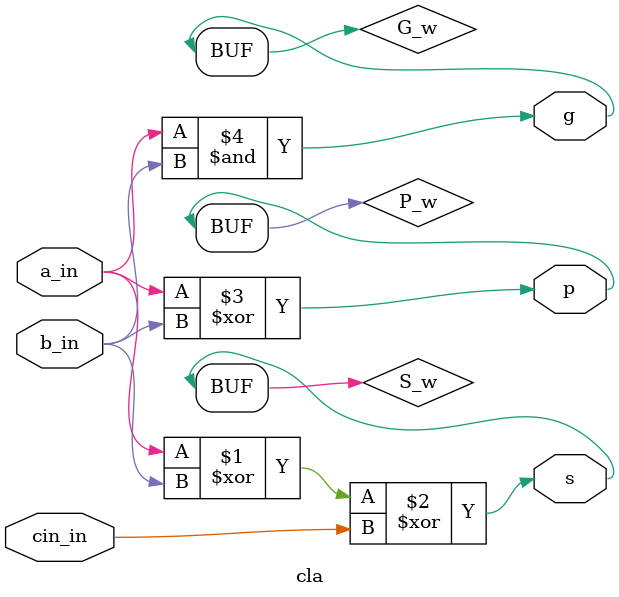
<source format=v>
module CLA(
   input   wire [31:0] A_in,
   input   wire [31:0] B_in,
   input   wire        mode, // 0: add , 1: sub. 
   output       [31:0] S,
   output              zero,
   output              overflow
);
//=======================================================
//  REG/WIRE declarations
//=======================================================
wire [31:0] B_w;  
wire [31:0] S_w;
wire [31:0] P_w;
wire [31:0] G_w;
wire [32:1] Cin_w;
//=======================================================
//  Behavioral coding
//=======================================================
cla u_cla (.a_in (A_in[0]), .b_in (B_in[0]^mode), .cin_in (mode), .s (S_w[0]), .p (P_w[0]), .g (G_w[0]));

assign Cin_w[1] = G_w[0] | (P_w[0] & mode);


genvar m;
   generate 
      for (m=1; m<=31; m=m+1) 
         begin : block
		      assign B_w[m] = B_in[m] ^ mode;
		      assign Cin_w[m+1] = G_w[m] | (P_w[m] & Cin_w[m]);
            cla blk( 
               .a_in   (A_in[m]),
               .b_in   (B_w[m]),
				   .cin_in (Cin_w[m]),
				   .s      (S_w[m]),
				   .p      (P_w[m]),
				   .g      (G_w[m])
            );
         end
   endgenerate

   assign S = S_w;
   assign zero = ~(|S_w);
   assign overflow = (Cin_w[31] ^ Cin_w[32]);
endmodule

module cla(
   input a_in,
	input b_in,
	input cin_in,
	output s,
	output p,
	output g
);
   wire S_w, P_w, G_w;
   assign S_w = a_in ^ b_in ^ cin_in;
   assign P_w = a_in ^ b_in;
   assign G_w = a_in & b_in;
   assign s = S_w; 
   assign p = P_w; 
   assign g = G_w;
endmodule
</source>
